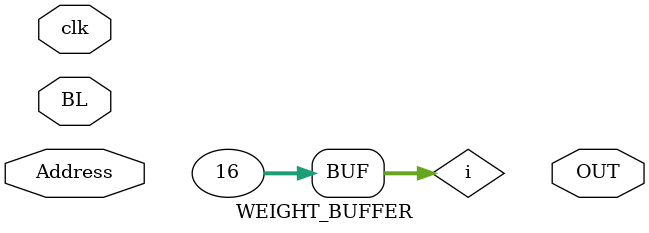
<source format=v>
`timescale 1ns / 1ps

module WEIGHT_BUFFER #(parameter ADDR = 5,parameter DATA_WIDTH = 8,
                  
                      parameter X=16)
                      (clk,Address, BL , OUT); // EN IS AN INPUT TOO
input [ADDR-1:0] Address;
input [DATA_WIDTH-1:0] BL;
input clk;
// input EN;
output [DATA_WIDTH-1:0] OUT;


wire [X-1 :0] DOUT ;


reg [DATA_WIDTH-1 :0] weight_data [X-1:0]  ;


//Decoder #(.N(ADDR),.X(X))AddressDecoder(Address ,EN, DOUT);
integer i;
initial begin
for(i =0;i<16;i=i+1) begin
weight_data[i]<=0;
end

end
always@(posedge clk)begin
weight_data[Address] <= BL;
end


endmodule

</source>
